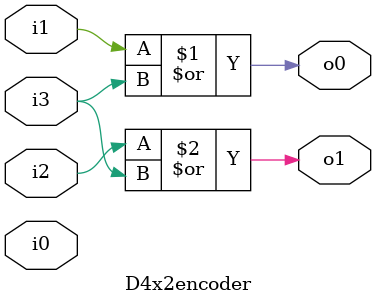
<source format=v>
`timescale 1ns / 1ps
module D4x2encoder(o0,o1,i0,i1,i2,i3
    );
input i0,i1,i2,i3;
output o0,o1;
wire o0,o1;
assign o0=i1|i3;
assign o1=i2|i3;
endmodule


/*
module D4x2encoder(o,i
    );
input [3:0]i;
output[1:0]o;
wire  [1:0]o;
assign o[0]=i[1]|i[3];
assign o[1]=i[2]|i[3];
endmodule
*/


</source>
